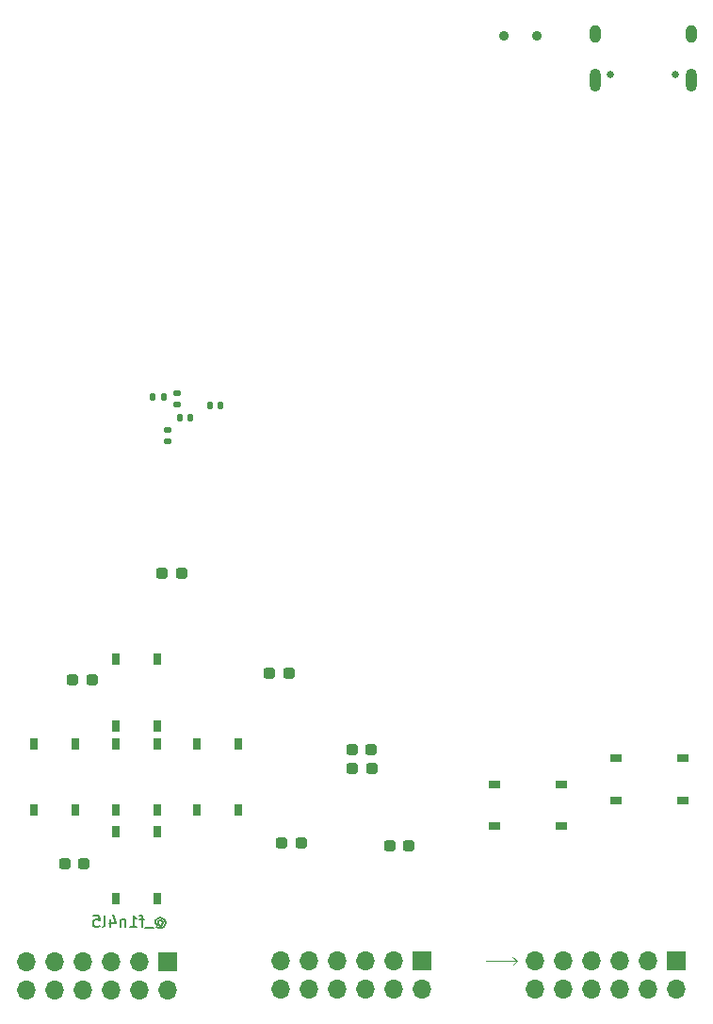
<source format=gbr>
%TF.GenerationSoftware,KiCad,Pcbnew,9.0.0*%
%TF.CreationDate,2025-05-29T01:16:52+08:00*%
%TF.ProjectId,greybadge_pcb,67726579-6261-4646-9765-5f7063622e6b,rev?*%
%TF.SameCoordinates,Original*%
%TF.FileFunction,Soldermask,Top*%
%TF.FilePolarity,Negative*%
%FSLAX46Y46*%
G04 Gerber Fmt 4.6, Leading zero omitted, Abs format (unit mm)*
G04 Created by KiCad (PCBNEW 9.0.0) date 2025-05-29 01:16:52*
%MOMM*%
%LPD*%
G01*
G04 APERTURE LIST*
G04 Aperture macros list*
%AMRoundRect*
0 Rectangle with rounded corners*
0 $1 Rounding radius*
0 $2 $3 $4 $5 $6 $7 $8 $9 X,Y pos of 4 corners*
0 Add a 4 corners polygon primitive as box body*
4,1,4,$2,$3,$4,$5,$6,$7,$8,$9,$2,$3,0*
0 Add four circle primitives for the rounded corners*
1,1,$1+$1,$2,$3*
1,1,$1+$1,$4,$5*
1,1,$1+$1,$6,$7*
1,1,$1+$1,$8,$9*
0 Add four rect primitives between the rounded corners*
20,1,$1+$1,$2,$3,$4,$5,0*
20,1,$1+$1,$4,$5,$6,$7,0*
20,1,$1+$1,$6,$7,$8,$9,0*
20,1,$1+$1,$8,$9,$2,$3,0*%
G04 Aperture macros list end*
%ADD10C,0.100000*%
%ADD11C,0.150000*%
%ADD12RoundRect,0.140000X0.140000X0.170000X-0.140000X0.170000X-0.140000X-0.170000X0.140000X-0.170000X0*%
%ADD13RoundRect,0.237500X-0.287500X-0.237500X0.287500X-0.237500X0.287500X0.237500X-0.287500X0.237500X0*%
%ADD14R,0.750000X1.000000*%
%ADD15RoundRect,0.140000X-0.170000X0.140000X-0.170000X-0.140000X0.170000X-0.140000X0.170000X0.140000X0*%
%ADD16R,1.000000X0.750000*%
%ADD17R,1.700000X1.700000*%
%ADD18O,1.700000X1.700000*%
%ADD19C,0.650000*%
%ADD20O,1.000000X1.600000*%
%ADD21O,1.000000X2.100000*%
%ADD22C,0.900000*%
G04 APERTURE END LIST*
D10*
X134075081Y-137184843D02*
X131288362Y-137231364D01*
X134092202Y-137188435D02*
X133682512Y-136886540D01*
X133715202Y-137524543D02*
X134103646Y-137187227D01*
D11*
X101830436Y-133667160D02*
X101878055Y-133619541D01*
X101878055Y-133619541D02*
X101973293Y-133571922D01*
X101973293Y-133571922D02*
X102068531Y-133571922D01*
X102068531Y-133571922D02*
X102163769Y-133619541D01*
X102163769Y-133619541D02*
X102211388Y-133667160D01*
X102211388Y-133667160D02*
X102259007Y-133762398D01*
X102259007Y-133762398D02*
X102259007Y-133857636D01*
X102259007Y-133857636D02*
X102211388Y-133952874D01*
X102211388Y-133952874D02*
X102163769Y-134000493D01*
X102163769Y-134000493D02*
X102068531Y-134048112D01*
X102068531Y-134048112D02*
X101973293Y-134048112D01*
X101973293Y-134048112D02*
X101878055Y-134000493D01*
X101878055Y-134000493D02*
X101830436Y-133952874D01*
X101830436Y-133571922D02*
X101830436Y-133952874D01*
X101830436Y-133952874D02*
X101782817Y-134000493D01*
X101782817Y-134000493D02*
X101735198Y-134000493D01*
X101735198Y-134000493D02*
X101639959Y-133952874D01*
X101639959Y-133952874D02*
X101592340Y-133857636D01*
X101592340Y-133857636D02*
X101592340Y-133619541D01*
X101592340Y-133619541D02*
X101687579Y-133476684D01*
X101687579Y-133476684D02*
X101830436Y-133381446D01*
X101830436Y-133381446D02*
X102020912Y-133333827D01*
X102020912Y-133333827D02*
X102211388Y-133381446D01*
X102211388Y-133381446D02*
X102354245Y-133476684D01*
X102354245Y-133476684D02*
X102449483Y-133619541D01*
X102449483Y-133619541D02*
X102497102Y-133810017D01*
X102497102Y-133810017D02*
X102449483Y-134000493D01*
X102449483Y-134000493D02*
X102354245Y-134143351D01*
X102354245Y-134143351D02*
X102211388Y-134238589D01*
X102211388Y-134238589D02*
X102020912Y-134286208D01*
X102020912Y-134286208D02*
X101830436Y-134238589D01*
X101830436Y-134238589D02*
X101687579Y-134143351D01*
X101401865Y-134238589D02*
X100639960Y-134238589D01*
X100544721Y-133476684D02*
X100163769Y-133476684D01*
X100401864Y-134143351D02*
X100401864Y-133286208D01*
X100401864Y-133286208D02*
X100354245Y-133190970D01*
X100354245Y-133190970D02*
X100259007Y-133143351D01*
X100259007Y-133143351D02*
X100163769Y-133143351D01*
X99306626Y-134143351D02*
X99878054Y-134143351D01*
X99592340Y-134143351D02*
X99592340Y-133143351D01*
X99592340Y-133143351D02*
X99687578Y-133286208D01*
X99687578Y-133286208D02*
X99782816Y-133381446D01*
X99782816Y-133381446D02*
X99878054Y-133429065D01*
X98878054Y-133476684D02*
X98878054Y-134143351D01*
X98878054Y-133571922D02*
X98830435Y-133524303D01*
X98830435Y-133524303D02*
X98735197Y-133476684D01*
X98735197Y-133476684D02*
X98592340Y-133476684D01*
X98592340Y-133476684D02*
X98497102Y-133524303D01*
X98497102Y-133524303D02*
X98449483Y-133619541D01*
X98449483Y-133619541D02*
X98449483Y-134143351D01*
X97544721Y-133476684D02*
X97544721Y-134143351D01*
X97782816Y-133095732D02*
X98020911Y-133810017D01*
X98020911Y-133810017D02*
X97401864Y-133810017D01*
X96878054Y-134143351D02*
X96973292Y-134095732D01*
X96973292Y-134095732D02*
X97020911Y-134000493D01*
X97020911Y-134000493D02*
X97020911Y-133143351D01*
X96020911Y-133143351D02*
X96497101Y-133143351D01*
X96497101Y-133143351D02*
X96544720Y-133619541D01*
X96544720Y-133619541D02*
X96497101Y-133571922D01*
X96497101Y-133571922D02*
X96401863Y-133524303D01*
X96401863Y-133524303D02*
X96163768Y-133524303D01*
X96163768Y-133524303D02*
X96068530Y-133571922D01*
X96068530Y-133571922D02*
X96020911Y-133619541D01*
X96020911Y-133619541D02*
X95973292Y-133714779D01*
X95973292Y-133714779D02*
X95973292Y-133952874D01*
X95973292Y-133952874D02*
X96020911Y-134048112D01*
X96020911Y-134048112D02*
X96068530Y-134095732D01*
X96068530Y-134095732D02*
X96163768Y-134143351D01*
X96163768Y-134143351D02*
X96401863Y-134143351D01*
X96401863Y-134143351D02*
X96497101Y-134095732D01*
X96497101Y-134095732D02*
X96544720Y-134048112D01*
D12*
%TO.C,C6*%
X104700000Y-88460000D03*
X103740000Y-88460000D03*
%TD*%
D13*
%TO.C,D7*%
X122642457Y-126857305D03*
X124392457Y-126857305D03*
%TD*%
D12*
%TO.C,C9*%
X102300000Y-86625000D03*
X101340000Y-86625000D03*
%TD*%
D14*
%TO.C,SW5*%
X97998499Y-123714415D03*
X97998499Y-117714415D03*
X101748499Y-123714415D03*
X101748499Y-117714415D03*
%TD*%
D13*
%TO.C,D3*%
X94133119Y-112005806D03*
X95883119Y-112005806D03*
%TD*%
D14*
%TO.C,SW1*%
X97998499Y-116119285D03*
X97998499Y-110119285D03*
X101748499Y-116119285D03*
X101748499Y-110119285D03*
%TD*%
D13*
%TO.C,D5*%
X102171899Y-102443298D03*
X103921899Y-102443298D03*
%TD*%
D14*
%TO.C,SW7*%
X97998499Y-131607886D03*
X97998499Y-125607886D03*
X101748499Y-131607886D03*
X101748499Y-125607886D03*
%TD*%
D15*
%TO.C,C10*%
X102650000Y-89595000D03*
X102650000Y-90555000D03*
%TD*%
%TO.C,C7*%
X103530000Y-86290000D03*
X103530000Y-87250000D03*
%TD*%
D13*
%TO.C,D2*%
X111860672Y-111430837D03*
X113610672Y-111430837D03*
%TD*%
D14*
%TO.C,SW4*%
X94380511Y-117714415D03*
X94380511Y-123714415D03*
X90630511Y-117714415D03*
X90630511Y-123714415D03*
%TD*%
D16*
%TO.C,SW6*%
X149019170Y-122801321D03*
X143019170Y-122801321D03*
X149019170Y-119051321D03*
X143019170Y-119051321D03*
%TD*%
D13*
%TO.C,D6*%
X119258956Y-118277145D03*
X121008956Y-118277145D03*
%TD*%
D14*
%TO.C,SW3*%
X109037471Y-117714415D03*
X109037471Y-123714415D03*
X105287471Y-117714415D03*
X105287471Y-123714415D03*
%TD*%
D13*
%TO.C,D4*%
X119275139Y-119916355D03*
X121025139Y-119916355D03*
%TD*%
D12*
%TO.C,C15*%
X107434610Y-87323175D03*
X106474610Y-87323175D03*
%TD*%
D13*
%TO.C,D1*%
X93422298Y-128489155D03*
X95172298Y-128489155D03*
%TD*%
D16*
%TO.C,SW2*%
X132058502Y-121370429D03*
X138058502Y-121370429D03*
X132058502Y-125120429D03*
X138058502Y-125120429D03*
%TD*%
D13*
%TO.C,D8*%
X112934701Y-126665832D03*
X114684701Y-126665832D03*
%TD*%
D17*
%TO.C,J3*%
X148404880Y-137217248D03*
D18*
X148404880Y-139757248D03*
X145864880Y-137217248D03*
X145864880Y-139757248D03*
X143324880Y-137217248D03*
X143324880Y-139757248D03*
X140784880Y-137217248D03*
X140784880Y-139757248D03*
X138244880Y-137217248D03*
X138244880Y-139757248D03*
X135704880Y-137217248D03*
X135704880Y-139757248D03*
%TD*%
D19*
%TO.C,J5*%
X142509000Y-57609667D03*
X148289000Y-57609667D03*
D20*
X141079000Y-53959667D03*
D21*
X141079000Y-58139668D03*
D20*
X149719000Y-53959667D03*
D21*
X149719000Y-58139668D03*
%TD*%
D17*
%TO.C,J2*%
X125509699Y-137217248D03*
D18*
X125509699Y-139757248D03*
X122969699Y-137217248D03*
X122969699Y-139757248D03*
X120429699Y-137217248D03*
X120429699Y-139757248D03*
X117889699Y-137217248D03*
X117889699Y-139757248D03*
X115349699Y-137217248D03*
X115349699Y-139757248D03*
X112809699Y-137217248D03*
X112809699Y-139757248D03*
%TD*%
D22*
%TO.C,SW8*%
X132900000Y-54145000D03*
X135900000Y-54145000D03*
%TD*%
D17*
%TO.C,J1*%
X102685743Y-137313977D03*
D18*
X102685743Y-139853977D03*
X100145743Y-137313977D03*
X100145743Y-139853977D03*
X97605743Y-137313977D03*
X97605743Y-139853977D03*
X95065743Y-137313977D03*
X95065743Y-139853977D03*
X92525743Y-137313977D03*
X92525743Y-139853977D03*
X89985743Y-137313977D03*
X89985743Y-139853977D03*
%TD*%
M02*

</source>
